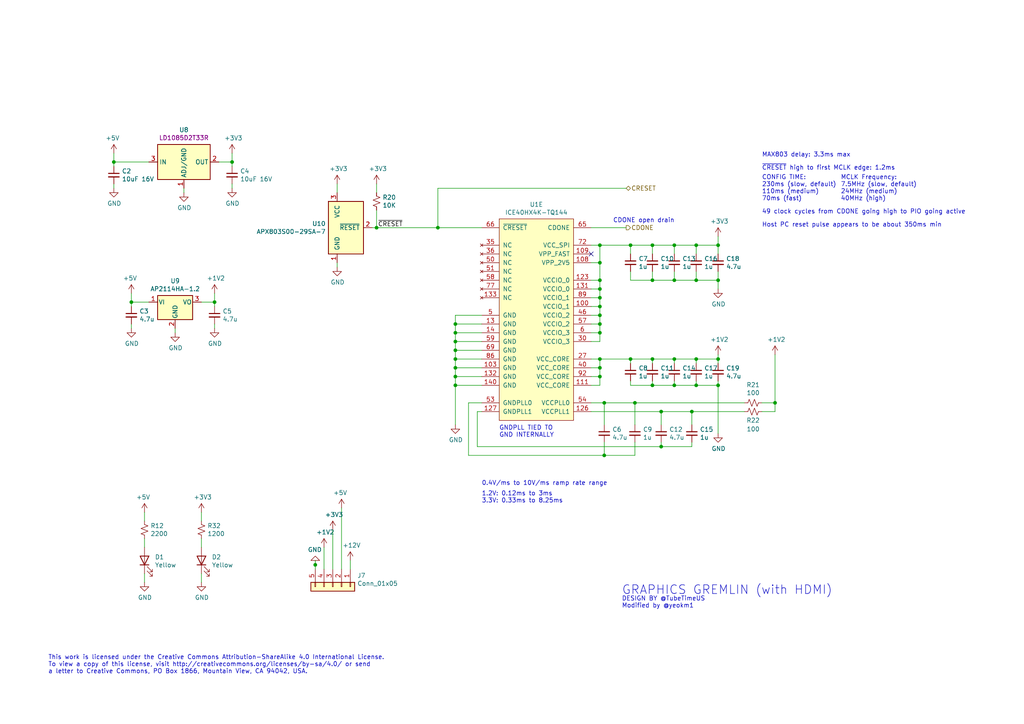
<source format=kicad_sch>
(kicad_sch (version 20230121) (generator eeschema)
  (paper "A4")
  (title_block (title "Power Regulators and Reset Circuit") (date "2024-01-04") (rev "2.4"))
  (lib_symbols
    (symbol "Connector_Generic:Conn_01x05" (pin_names (offset 1.016) hide)
      (property "Reference" "J" (at 0 7.62 0))
      (property "Value" "Conn_01x05" (at 0 -7.62 0))
      (symbol "Conn_01x05_1_1"
        (rectangle (start -1.27 -4.953) (end 0 -5.207) (stroke (width 0.1524)))
        (rectangle (start -1.27 -2.413) (end 0 -2.667) (stroke (width 0.1524)))
        (rectangle (start -1.27 0.127) (end 0 -0.127) (stroke (width 0.1524)))
        (rectangle (start -1.27 2.667) (end 0 2.413) (stroke (width 0.1524)))
        (rectangle (start -1.27 5.207) (end 0 4.953) (stroke (width 0.1524)))
        (rectangle (start -1.27 6.35) (end 1.27 -6.35) (stroke (width 0.254)) (fill (type background)))
        (pin passive line (at -5.08 5.08 0) (length 3.81) (name "Pin_1") (number "1"))
        (pin passive line (at -5.08 2.54 0) (length 3.81) (name "Pin_2") (number "2"))
        (pin passive line (at -5.08 0 0) (length 3.81) (name "Pin_3") (number "3"))
        (pin passive line (at -5.08 -2.54 0) (length 3.81) (name "Pin_4") (number "4"))
        (pin passive line (at -5.08 -5.08 0) (length 3.81) (name "Pin_5") (number "5"))
      )
    )
    (symbol "Device:C_Small" (pin_numbers hide) (pin_names (offset 0.254) hide)
      (property "Reference" "C" (at 0.254 1.778 0))
      (property "Value" "C_Small" (at 0.254 -2.032 0))
      (symbol "C_Small_0_1"
        (polyline (pts (xy -1.524 -0.508) (xy 1.524 -0.508)) (stroke (width 0.3302)))
        (polyline (pts (xy -1.524 0.508) (xy 1.524 0.508)) (stroke (width 0.3048)))
      )
      (symbol "C_Small_1_1"
        (pin passive line (at 0 2.54 270) (length 2.032) (name "~") (number "1"))
        (pin passive line (at 0 -2.54 90) (length 2.032) (name "~") (number "2"))
      )
    )
    (symbol "Device:LED" (pin_numbers hide) (pin_names (offset 1.016) hide)
      (property "Reference" "D" (at 0 2.54 0))
      (property "Value" "LED" (at 0 -2.54 0))
      (symbol "LED_0_1"
        (polyline (pts (xy -1.27 -1.27) (xy -1.27 1.27)) (stroke (width 0.254)))
        (polyline (pts (xy -1.27 0) (xy 1.27 0)))
        (polyline (pts (xy 1.27 -1.27) (xy 1.27 1.27) (xy -1.27 0) (xy 1.27 -1.27)) (stroke (width 0.254)))
        (polyline (pts (xy -3.048 -0.762) (xy -4.572 -2.286) (xy -3.81 -2.286) (xy -4.572 -2.286) (xy -4.572 -1.524)))
        (polyline (pts (xy -1.778 -0.762) (xy -3.302 -2.286) (xy -2.54 -2.286) (xy -3.302 -2.286) (xy -3.302 -1.524)))
      )
      (symbol "LED_1_1"
        (pin passive line (at -3.81 0 0) (length 2.54) (name "K") (number "1"))
        (pin passive line (at 3.81 0 180) (length 2.54) (name "A") (number "2"))
      )
    )
    (symbol "Device:R_Small_US" (pin_numbers hide) (pin_names (offset 0.254) hide)
      (property "Reference" "R" (at 0.762 0.508 0))
      (property "Value" "R_Small_US" (at 0.762 -1.016 0))
      (symbol "R_Small_US_1_1"
        (polyline (pts (xy 0 0) (xy 1.016 -0.381) (xy 0 -0.762) (xy -1.016 -1.143) (xy 0 -1.524)))
        (polyline (pts (xy 0 1.524) (xy 1.016 1.143) (xy 0 0.762) (xy -1.016 0.381) (xy 0 0)))
        (pin passive line (at 0 2.54 270) (length 1.016) (name "~") (number "1"))
        (pin passive line (at 0 -2.54 90) (length 1.016) (name "~") (number "2"))
      )
    )
    (symbol "Power_Supervisor:TCM809" (pin_names (offset 1.016))
      (property "Reference" "U" (at 0 8.89 0))
      (property "Value" "TCM809" (at -1.27 -8.89 0))
      (symbol "TCM809_1_1"
        (rectangle (start -5.08 7.62) (end 5.08 -7.62) (stroke (width 0.254)) (fill (type background)))
        (pin power_in line (at -2.54 -10.16 90) (length 2.54) (name "GND") (number "1"))
        (pin output line (at 7.62 0 180) (length 2.54) (name "~{RESET}") (number "2"))
        (pin power_in line (at -2.54 10.16 270) (length 2.54) (name "VCC") (number "3"))
      )
    )
    (symbol "Regulator_Linear:LD1086D2T33TR"
      (property "Reference" "U" (at 0 10.16 0))
      (property "Value" "LD1086D2T33TR" (at 0 7.62 0))
      (symbol "LD1086D2T33TR_1_1"
        (rectangle (start -7.62 -5.08) (end 7.62 5.08) (stroke (width 0.254)) (fill (type background)))
        (pin input line (at 0 -7.62 90) (length 2.54) (name "ADJ/GND") (number "1"))
        (pin power_out line (at 10.16 0 180) (length 2.54) (name "OUT") (number "2"))
        (pin power_in line (at -10.16 0 0) (length 2.54) (name "IN") (number "3"))
      )
    )
    (symbol "Regulator_Linear:TC1262-33" (pin_names (offset 0.254))
      (property "Reference" "U" (at -3.81 3.175 0))
      (property "Value" "TC1262-33" (at 0 3.175 0))
      (symbol "TC1262-33_1_1"
        (rectangle (start -5.08 1.905) (end 5.08 -5.08) (stroke (width 0.254)) (fill (type background)))
        (pin power_in line (at -7.62 0 0) (length 2.54) (name "VI") (number "1"))
        (pin power_in line (at 0 -7.62 90) (length 2.54) (name "GND") (number "2"))
        (pin power_out line (at 7.62 0 180) (length 2.54) (name "VO") (number "3"))
      )
    )
    (symbol "isavideo-rescue:ICE40HX4K-TQ144-logic" (pin_names (offset 1.016))
      (property "Reference" "U" (at 0 3.81 0))
      (property "Value" "ICE40HX4K-TQ144-logic" (at 8.89 1.27 0))
      (symbol "ICE40HX4K-TQ144-logic_1_0"
        (rectangle (start 0 0) (end 17.78 -73.66) (fill (type background)))
        (text "28" (at 15.24 -3.81 0) (effects (font (size 1.27 1.27))))
        (text "BANK 3" (at 12.7 -1.27 0) (effects (font (size 1.27 1.27))))
      )
      (symbol "ICE40HX4K-TQ144-logic_1_1"
        (pin passive line (at -5.08 -2.54 0) (length 5.08) (name "IOL_2A") (number "1"))
        (pin passive line (at -5.08 -20.32 0) (length 5.08) (name "IOL_5B") (number "10"))
        (pin passive line (at -5.08 -22.86 0) (length 5.08) (name "IOL_8A") (number "11"))
        (pin passive line (at -5.08 -25.4 0) (length 5.08) (name "IOL_8B") (number "12"))
        (pin passive line (at -5.08 -27.94 0) (length 5.08) (name "IOL_10A") (number "15"))
        (pin passive line (at -5.08 -30.48 0) (length 5.08) (name "IOL_10B") (number "16"))
        (pin passive line (at -5.08 -33.02 0) (length 5.08) (name "IOL_12A") (number "17"))
        (pin passive line (at -5.08 -35.56 0) (length 5.08) (name "IOL_12B") (number "18"))
        (pin passive line (at -5.08 -38.1 0) (length 5.08) (name "IOL_13A") (number "19"))
        (pin passive line (at -5.08 -5.08 0) (length 5.08) (name "IOL_2B") (number "2"))
        (pin passive line (at -5.08 -40.64 0) (length 5.08) (name "IOL_13B_GBIN7") (number "20"))
        (pin passive line (at -5.08 -43.18 0) (length 5.08) (name "IOL_14A_GBIN6") (number "21"))
        (pin passive line (at -5.08 -45.72 0) (length 5.08) (name "IOL_14B") (number "22"))
        (pin passive line (at -5.08 -48.26 0) (length 5.08) (name "IOL_17A") (number "23"))
        (pin passive line (at -5.08 -50.8 0) (length 5.08) (name "IOL_17B") (number "24"))
        (pin passive line (at -5.08 -53.34 0) (length 5.08) (name "IOL_18A") (number "25"))
        (pin passive line (at -5.08 -55.88 0) (length 5.08) (name "IOL_18B") (number "26"))
        (pin passive line (at -5.08 -58.42 0) (length 5.08) (name "IOL_23A") (number "28"))
        (pin passive line (at -5.08 -60.96 0) (length 5.08) (name "IOL_23B") (number "29"))
        (pin passive line (at -5.08 -7.62 0) (length 5.08) (name "IOL_3A") (number "3"))
        (pin passive line (at -5.08 -63.5 0) (length 5.08) (name "IOL_24A") (number "31"))
        (pin passive line (at -5.08 -66.04 0) (length 5.08) (name "IOL_24B") (number "32"))
        (pin passive line (at -5.08 -68.58 0) (length 5.08) (name "IOL_25A") (number "33"))
        (pin passive line (at -5.08 -71.12 0) (length 5.08) (name "IOL_25B") (number "34"))
        (pin passive line (at -5.08 -10.16 0) (length 5.08) (name "IOL_3B") (number "4"))
        (pin passive line (at -5.08 -12.7 0) (length 5.08) (name "IOL_4A") (number "7"))
        (pin passive line (at -5.08 -15.24 0) (length 5.08) (name "IOL_4B") (number "8"))
        (pin passive line (at -5.08 -17.78 0) (length 5.08) (name "IOL_5A") (number "9"))
      )
      (symbol "ICE40HX4K-TQ144-logic_2_0"
        (rectangle (start 0 0) (end 17.78 -60.96) (fill (type background)))
        (text "23" (at 15.24 -3.81 0) (effects (font (size 1.27 1.27))))
        (text "BANK 2" (at 12.7 -1.27 0) (effects (font (size 1.27 1.27))))
      )
      (symbol "ICE40HX4K-TQ144-logic_2_1"
        (pin passive line (at -5.08 -2.54 0) (length 5.08) (name "IOB_56") (number "37"))
        (pin passive line (at -5.08 -5.08 0) (length 5.08) (name "IOB_57") (number "38"))
        (pin passive line (at -5.08 -7.62 0) (length 5.08) (name "IOB_61") (number "39"))
        (pin passive line (at -5.08 -10.16 0) (length 5.08) (name "IOB_63") (number "41"))
        (pin passive line (at -5.08 -12.7 0) (length 5.08) (name "IOB_64") (number "42"))
        (pin passive line (at -5.08 -15.24 0) (length 5.08) (name "IOB_71") (number "43"))
        (pin passive line (at -5.08 -17.78 0) (length 5.08) (name "IOB_72") (number "44"))
        (pin passive line (at -5.08 -20.32 0) (length 5.08) (name "IOB_73") (number "45"))
        (pin passive line (at -5.08 -22.86 0) (length 5.08) (name "IOB_79") (number "47"))
        (pin passive line (at -5.08 -25.4 0) (length 5.08) (name "IOB_80") (number "48"))
        (pin passive line (at -5.08 -27.94 0) (length 5.08) (name "IOB_81_GBIN5") (number "49"))
        (pin passive line (at -5.08 -30.48 0) (length 5.08) (name "IOB_82_GBIN4") (number "52"))
        (pin passive line (at -5.08 -33.02 0) (length 5.08) (name "IOB_91") (number "55"))
        (pin passive line (at -5.08 -35.56 0) (length 5.08) (name "IOB_94") (number "56"))
        (pin passive line (at -5.08 -38.1 0) (length 5.08) (name "IOB_95") (number "60"))
        (pin passive line (at -5.08 -40.64 0) (length 5.08) (name "IOB_96") (number "61"))
        (pin passive line (at -5.08 -43.18 0) (length 5.08) (name "IOB_102") (number "62"))
        (pin passive line (at -5.08 -45.72 0) (length 5.08) (name "IOB_103_CBSEL0") (number "63"))
        (pin passive line (at -5.08 -48.26 0) (length 5.08) (name "IOB_104_CBSEL1") (number "64"))
        (pin passive line (at -5.08 -50.8 0) (length 5.08) (name "IOB_105_SDO") (number "67"))
        (pin passive line (at -5.08 -53.34 0) (length 5.08) (name "IOB_106_SDI") (number "68"))
        (pin passive line (at -5.08 -55.88 0) (length 5.08) (name "IOB_107_SCK") (number "70"))
        (pin passive line (at -5.08 -58.42 0) (length 5.08) (name "IOB_108_SS") (number "71"))
      )
      (symbol "ICE40HX4K-TQ144-logic_3_0"
        (rectangle (start 0 0) (end 17.78 -76.2) (fill (type background)))
        (text "29" (at 15.24 -3.81 0) (effects (font (size 1.27 1.27))))
        (text "BANK 1" (at 12.7 -1.27 0) (effects (font (size 1.27 1.27))))
      )
      (symbol "ICE40HX4K-TQ144-logic_3_1"
        (pin passive line (at -5.08 -60.96 0) (length 5.08) (name "IOR_160") (number "101"))
        (pin passive line (at -5.08 -63.5 0) (length 5.08) (name "IOR_161") (number "102"))
        (pin passive line (at -5.08 -66.04 0) (length 5.08) (name "IOR_164") (number "104"))
        (pin passive line (at -5.08 -68.58 0) (length 5.08) (name "IOR_165") (number "105"))
        (pin passive line (at -5.08 -71.12 0) (length 5.08) (name "IOR_166") (number "106"))
        (pin passive line (at -5.08 -73.66 0) (length 5.08) (name "IOR_167") (number "107"))
        (pin passive line (at -5.08 -2.54 0) (length 5.08) (name "IOR_109") (number "73"))
        (pin passive line (at -5.08 -5.08 0) (length 5.08) (name "IOR_110") (number "74"))
        (pin passive line (at -5.08 -7.62 0) (length 5.08) (name "IOR_111") (number "75"))
        (pin passive line (at -5.08 -10.16 0) (length 5.08) (name "IOR_112") (number "76"))
        (pin passive line (at -5.08 -12.7 0) (length 5.08) (name "IOR_114") (number "78"))
        (pin passive line (at -5.08 -15.24 0) (length 5.08) (name "IOR_115") (number "79"))
        (pin passive line (at -5.08 -17.78 0) (length 5.08) (name "IOR_116") (number "80"))
        (pin passive line (at -5.08 -20.32 0) (length 5.08) (name "IOR_117") (number "81"))
        (pin passive line (at -5.08 -22.86 0) (length 5.08) (name "IOR_118") (number "82"))
        (pin passive line (at -5.08 -25.4 0) (length 5.08) (name "IOR_119") (number "83"))
        (pin passive line (at -5.08 -27.94 0) (length 5.08) (name "IOR_120") (number "84"))
        (pin passive line (at -5.08 -30.48 0) (length 5.08) (name "IOR_128") (number "85"))
        (pin passive line (at -5.08 -33.02 0) (length 5.08) (name "IOR_136") (number "87"))
        (pin passive line (at -5.08 -35.56 0) (length 5.08) (name "IOR_137") (number "88"))
        (pin passive line (at -5.08 -38.1 0) (length 5.08) (name "IOR_138") (number "90"))
        (pin passive line (at -5.08 -40.64 0) (length 5.08) (name "IOR_139") (number "91"))
        (pin passive line (at -5.08 -43.18 0) (length 5.08) (name "IOR_140_GBIN3") (number "93"))
        (pin passive line (at -5.08 -45.72 0) (length 5.08) (name "IOR_141_GBIN2") (number "94"))
        (pin passive line (at -5.08 -48.26 0) (length 5.08) (name "IOR_144") (number "95"))
        (pin passive line (at -5.08 -50.8 0) (length 5.08) (name "IOR_146") (number "96"))
        (pin passive line (at -5.08 -53.34 0) (length 5.08) (name "IOR_147") (number "97"))
        (pin passive line (at -5.08 -55.88 0) (length 5.08) (name "IOR_148") (number "98"))
        (pin passive line (at -5.08 -58.42 0) (length 5.08) (name "IOR_152") (number "99"))
      )
      (symbol "ICE40HX4K-TQ144-logic_4_0"
        (rectangle (start 0 0) (end 17.78 -71.12) (fill (type background)))
        (text "27" (at 15.24 -3.81 0) (effects (font (size 1.27 1.27))))
        (text "BANK 0" (at 12.7 -1.27 0) (effects (font (size 1.27 1.27))))
      )
      (symbol "ICE40HX4K-TQ144-logic_4_1"
        (pin passive line (at -5.08 -2.54 0) (length 5.08) (name "IOT_168") (number "110"))
        (pin passive line (at -5.08 -5.08 0) (length 5.08) (name "IOT_169") (number "112"))
        (pin passive line (at -5.08 -7.62 0) (length 5.08) (name "IOT_170") (number "113"))
        (pin passive line (at -5.08 -10.16 0) (length 5.08) (name "IOT_171") (number "114"))
        (pin passive line (at -5.08 -12.7 0) (length 5.08) (name "IOT_172") (number "115"))
        (pin passive line (at -5.08 -15.24 0) (length 5.08) (name "IOT_173") (number "116"))
        (pin passive line (at -5.08 -17.78 0) (length 5.08) (name "IOT_174") (number "117"))
        (pin passive line (at -5.08 -20.32 0) (length 5.08) (name "IOT_177") (number "118"))
        (pin passive line (at -5.08 -22.86 0) (length 5.08) (name "IOT_178") (number "119"))
        (pin passive line (at -5.08 -25.4 0) (length 5.08) (name "IOT_179") (number "120"))
        (pin passive line (at -5.08 -27.94 0) (length 5.08) (name "IOT_181") (number "121"))
        (pin passive line (at -5.08 -30.48 0) (length 5.08) (name "IOT_190") (number "122"))
        (pin passive line (at -5.08 -33.02 0) (length 5.08) (name "IOT_191") (number "124"))
        (pin passive line (at -5.08 -35.56 0) (length 5.08) (name "IOT_192") (number "125"))
        (pin passive line (at -5.08 -38.1 0) (length 5.08) (name "IOT_197_GBIN1") (number "128"))
        (pin passive line (at -5.08 -40.64 0) (length 5.08) (name "IOT_198_GBIN0") (number "129"))
        (pin passive line (at -5.08 -43.18 0) (length 5.08) (name "IOT_206") (number "130"))
        (pin passive line (at -5.08 -45.72 0) (length 5.08) (name "IOT_212") (number "134"))
        (pin passive line (at -5.08 -48.26 0) (length 5.08) (name "IOT_213") (number "135"))
        (pin passive line (at -5.08 -50.8 0) (length 5.08) (name "IOT_214") (number "136"))
        (pin passive line (at -5.08 -53.34 0) (length 5.08) (name "IOT_215") (number "137"))
        (pin passive line (at -5.08 -55.88 0) (length 5.08) (name "IOT_216") (number "138"))
        (pin passive line (at -5.08 -58.42 0) (length 5.08) (name "IOT_217") (number "139"))
        (pin passive line (at -5.08 -60.96 0) (length 5.08) (name "IOT_219") (number "141"))
        (pin passive line (at -5.08 -63.5 0) (length 5.08) (name "IOT_220") (number "142"))
        (pin passive line (at -5.08 -66.04 0) (length 5.08) (name "IOT_221") (number "143"))
        (pin passive line (at -5.08 -68.58 0) (length 5.08) (name "IOT_222") (number "144"))
      )
      (symbol "ICE40HX4K-TQ144-logic_5_0"
        (rectangle (start 0 0) (end 21.59 -58.42) (fill (type background)))
      )
      (symbol "ICE40HX4K-TQ144-logic_5_1"
        (pin power_in line (at 26.67 -25.4 180) (length 5.08) (name "VCCIO_1") (number "100"))
        (pin power_in line (at -5.08 -43.18 0) (length 5.08) (name "GND") (number "103"))
        (pin power_in line (at 26.67 -12.7 180) (length 5.08) (name "VPP_2V5") (number "108"))
        (pin power_in line (at 26.67 -10.16 180) (length 5.08) (name "VPP_FAST") (number "109"))
        (pin power_in line (at 26.67 -48.26 180) (length 5.08) (name "VCC_CORE") (number "111"))
        (pin power_in line (at 26.67 -17.78 180) (length 5.08) (name "VCCIO_0") (number "123"))
        (pin power_in line (at 26.67 -55.88 180) (length 5.08) (name "VCCPLL1") (number "126"))
        (pin power_in line (at -5.08 -55.88 0) (length 5.08) (name "GNDPLL1") (number "127"))
        (pin power_in line (at -5.08 -30.48 0) (length 5.08) (name "GND") (number "13"))
        (pin power_in line (at 26.67 -20.32 180) (length 5.08) (name "VCCIO_0") (number "131"))
        (pin power_in line (at -5.08 -45.72 0) (length 5.08) (name "GND") (number "132"))
        (pin no_connect line (at -5.08 -22.86 0) (length 5.08) (name "NC") (number "133"))
        (pin power_in line (at -5.08 -33.02 0) (length 5.08) (name "GND") (number "14"))
        (pin power_in line (at -5.08 -48.26 0) (length 5.08) (name "GND") (number "140"))
        (pin power_in line (at 26.67 -40.64 180) (length 5.08) (name "VCC_CORE") (number "27"))
        (pin power_in line (at 26.67 -35.56 180) (length 5.08) (name "VCCIO_3") (number "30"))
        (pin no_connect line (at -5.08 -7.62 0) (length 5.08) (name "NC") (number "35"))
        (pin no_connect line (at -5.08 -10.16 0) (length 5.08) (name "NC") (number "36"))
        (pin power_in line (at 26.67 -43.18 180) (length 5.08) (name "VCC_CORE") (number "40"))
        (pin power_in line (at 26.67 -27.94 180) (length 5.08) (name "VCCIO_2") (number "46"))
        (pin power_in line (at -5.08 -27.94 0) (length 5.08) (name "GND") (number "5"))
        (pin no_connect line (at -5.08 -12.7 0) (length 5.08) (name "NC") (number "50"))
        (pin no_connect line (at -5.08 -15.24 0) (length 5.08) (name "NC") (number "51"))
        (pin power_in line (at -5.08 -53.34 0) (length 5.08) (name "GNDPLL0") (number "53"))
        (pin power_in line (at 26.67 -53.34 180) (length 5.08) (name "VCCPLL0") (number "54"))
        (pin power_in line (at 26.67 -30.48 180) (length 5.08) (name "VCCIO_2") (number "57"))
        (pin no_connect line (at -5.08 -17.78 0) (length 5.08) (name "NC") (number "58"))
        (pin power_in line (at -5.08 -35.56 0) (length 5.08) (name "GND") (number "59"))
        (pin power_in line (at 26.67 -33.02 180) (length 5.08) (name "VCCIO_3") (number "6"))
        (pin output line (at 26.67 -2.54 180) (length 5.08) (name "CDONE") (number "65"))
        (pin input line (at -5.08 -2.54 0) (length 5.08) (name "~{CRESET}") (number "66"))
        (pin power_in line (at -5.08 -38.1 0) (length 5.08) (name "GND") (number "69"))
        (pin power_in line (at 26.67 -7.62 180) (length 5.08) (name "VCC_SPI") (number "72"))
        (pin no_connect line (at -5.08 -20.32 0) (length 5.08) (name "NC") (number "77"))
        (pin power_in line (at -5.08 -40.64 0) (length 5.08) (name "GND") (number "86"))
        (pin power_in line (at 26.67 -22.86 180) (length 5.08) (name "VCCIO_1") (number "89"))
        (pin power_in line (at 26.67 -45.72 180) (length 5.08) (name "VCC_CORE") (number "92"))
      )
    )
    (symbol "power:+12V" (power) (pin_names (offset 0))
      (property "Value" "+12V" (at 0 3.556 0))
      (symbol "+12V_0_1"
        (polyline (pts (xy -0.762 1.27) (xy 0 2.54)))
        (polyline (pts (xy 0 0) (xy 0 2.54)))
        (polyline (pts (xy 0 2.54) (xy 0.762 1.27)))
      )
      (symbol "+12V_1_1"
        (pin power_in line (at 0 0 90) (length 0) hide (name "+12V") (number "1"))
      )
    )
    (symbol "power:+1V2" (power) (pin_names (offset 0))
      (property "Value" "+1V2" (at 0 3.556 0))
      (symbol "+1V2_0_1"
        (polyline (pts (xy -0.762 1.27) (xy 0 2.54)))
        (polyline (pts (xy 0 0) (xy 0 2.54)))
        (polyline (pts (xy 0 2.54) (xy 0.762 1.27)))
      )
      (symbol "+1V2_1_1"
        (pin power_in line (at 0 0 90) (length 0) hide (name "+1V2") (number "1"))
      )
    )
    (symbol "power:+3V3" (power) (pin_names (offset 0))
      (property "Value" "+3V3" (at 0 3.556 0))
      (symbol "+3V3_0_1"
        (polyline (pts (xy -0.762 1.27) (xy 0 2.54)))
        (polyline (pts (xy 0 0) (xy 0 2.54)))
        (polyline (pts (xy 0 2.54) (xy 0.762 1.27)))
      )
      (symbol "+3V3_1_1"
        (pin power_in line (at 0 0 90) (length 0) hide (name "+3V3") (number "1"))
      )
    )
    (symbol "power:+5V" (power) (pin_names (offset 0))
      (property "Value" "+5V" (at 0 3.556 0))
      (symbol "+5V_0_1"
        (polyline (pts (xy -0.762 1.27) (xy 0 2.54)))
        (polyline (pts (xy 0 0) (xy 0 2.54)))
        (polyline (pts (xy 0 2.54) (xy 0.762 1.27)))
      )
      (symbol "+5V_1_1"
        (pin power_in line (at 0 0 90) (length 0) hide (name "+5V") (number "1"))
      )
    )
    (symbol "power:GND" (power) (pin_names (offset 0))
      (property "Value" "GND" (at 0 -3.81 0))
      (symbol "GND_0_1"
        (polyline (pts (xy 0 0) (xy 0 -1.27) (xy 1.27 -1.27) (xy 0 -2.54) (xy -1.27 -1.27) (xy 0 -1.27)))
      )
      (symbol "GND_1_1"
        (pin power_in line (at 0 0 270) (length 0) hide (name "GND") (number "1"))
      )
    )
  )
  (junction (at 132.08 96.52))
  (junction (at 208.28 71.12))
  (junction (at 173.99 104.14))
  (junction (at 182.88 104.14))
  (junction (at 173.99 71.12))
  (junction (at 132.08 111.76))
  (junction (at 175.26 116.84))
  (junction (at 33.02 46.99))
  (junction (at 189.23 104.14))
  (junction (at 173.99 81.28))
  (junction (at 132.08 106.68))
  (junction (at 173.99 93.98))
  (junction (at 195.58 104.14))
  (junction (at 201.93 104.14))
  (junction (at 173.99 88.9))
  (junction (at 173.99 109.22))
  (junction (at 173.99 76.2))
  (junction (at 62.23 87.63))
  (junction (at 191.77 119.38))
  (junction (at 173.99 106.68))
  (junction (at 182.88 71.12))
  (junction (at 189.23 81.28))
  (junction (at 173.99 83.82))
  (junction (at 67.31 46.99))
  (junction (at 200.66 119.38))
  (junction (at 38.1 87.63))
  (junction (at 132.08 101.6))
  (junction (at 132.08 104.14))
  (junction (at 173.99 96.52))
  (junction (at 201.93 111.76))
  (junction (at 208.28 81.28))
  (junction (at 127 66.04))
  (junction (at 173.99 86.36))
  (junction (at 132.08 99.06))
  (junction (at 109.22 66.04))
  (junction (at 208.28 104.14))
  (junction (at 189.23 71.12))
  (junction (at 184.15 116.84))
  (junction (at 91.44 163.83))
  (junction (at 201.93 71.12))
  (junction (at 132.08 109.22))
  (junction (at 195.58 81.28))
  (junction (at 189.23 111.76))
  (junction (at 195.58 71.12))
  (junction (at 173.99 91.44))
  (junction (at 132.08 93.98))
  (junction (at 201.93 81.28))
  (junction (at 175.26 132.08))
  (junction (at 195.58 111.76))
  (junction (at 191.77 129.54))
  (junction (at 224.79 116.84))
  (junction (at 208.28 111.76))
  (no_connect (at 171.45 73.66))
  (wire (pts (xy 53.34 54.61) (xy 53.34 55.88)))
  (wire (pts (xy 132.08 109.22) (xy 132.08 111.76)))
  (wire (pts (xy 195.58 111.76) (xy 201.93 111.76)))
  (wire (pts (xy 173.99 71.12) (xy 182.88 71.12)))
  (wire (pts (xy 191.77 129.54) (xy 191.77 128.27)))
  (wire (pts (xy 173.99 71.12) (xy 173.99 76.2)))
  (wire (pts (xy 208.28 125.73) (xy 208.28 111.76)))
  (wire (pts (xy 189.23 111.76) (xy 195.58 111.76)))
  (wire (pts (xy 107.95 66.04) (xy 109.22 66.04)))
  (wire (pts (xy 139.7 111.76) (xy 132.08 111.76)))
  (wire (pts (xy 67.31 48.26) (xy 67.31 46.99)))
  (wire (pts (xy 195.58 81.28) (xy 201.93 81.28)))
  (wire (pts (xy 173.99 81.28) (xy 171.45 81.28)))
  (wire (pts (xy 173.99 106.68) (xy 173.99 104.14)))
  (wire (pts (xy 99.06 147.32) (xy 99.06 165.1)))
  (wire (pts (xy 195.58 110.49) (xy 195.58 111.76)))
  (wire (pts (xy 171.45 106.68) (xy 173.99 106.68)))
  (wire (pts (xy 201.93 104.14) (xy 201.93 105.41)))
  (wire (pts (xy 93.98 158.75) (xy 93.98 165.1)))
  (wire (pts (xy 189.23 105.41) (xy 189.23 104.14)))
  (wire (pts (xy 191.77 129.54) (xy 200.66 129.54)))
  (wire (pts (xy 189.23 104.14) (xy 195.58 104.14)))
  (wire (pts (xy 41.91 166.37) (xy 41.91 168.91)))
  (wire (pts (xy 135.89 116.84) (xy 139.7 116.84)))
  (wire (pts (xy 200.66 119.38) (xy 200.66 123.19)))
  (wire (pts (xy 171.45 93.98) (xy 173.99 93.98)))
  (wire (pts (xy 182.88 104.14) (xy 189.23 104.14)))
  (wire (pts (xy 43.18 87.63) (xy 38.1 87.63)))
  (wire (pts (xy 220.98 116.84) (xy 224.79 116.84)))
  (wire (pts (xy 171.45 86.36) (xy 173.99 86.36)))
  (wire (pts (xy 189.23 73.66) (xy 189.23 71.12)))
  (wire (pts (xy 139.7 109.22) (xy 132.08 109.22)))
  (wire (pts (xy 58.42 156.21) (xy 58.42 158.75)))
  (wire (pts (xy 175.26 128.27) (xy 175.26 132.08)))
  (wire (pts (xy 208.28 71.12) (xy 208.28 68.58)))
  (wire (pts (xy 173.99 93.98) (xy 173.99 91.44)))
  (wire (pts (xy 41.91 148.59) (xy 41.91 151.13)))
  (wire (pts (xy 139.7 101.6) (xy 132.08 101.6)))
  (wire (pts (xy 171.45 76.2) (xy 173.99 76.2)))
  (wire (pts (xy 109.22 53.34) (xy 109.22 55.88)))
  (wire (pts (xy 208.28 73.66) (xy 208.28 71.12)))
  (wire (pts (xy 173.99 96.52) (xy 173.99 93.98)))
  (wire (pts (xy 97.79 53.34) (xy 97.79 55.88)))
  (wire (pts (xy 171.45 109.22) (xy 173.99 109.22)))
  (wire (pts (xy 208.28 81.28) (xy 208.28 78.74)))
  (wire (pts (xy 182.88 71.12) (xy 189.23 71.12)))
  (wire (pts (xy 58.42 148.59) (xy 58.42 151.13)))
  (wire (pts (xy 189.23 81.28) (xy 195.58 81.28)))
  (wire (pts (xy 62.23 87.63) (xy 62.23 85.09)))
  (wire (pts (xy 132.08 101.6) (xy 132.08 104.14)))
  (wire (pts (xy 132.08 91.44) (xy 132.08 93.98)))
  (wire (pts (xy 200.66 129.54) (xy 200.66 128.27)))
  (wire (pts (xy 182.88 111.76) (xy 189.23 111.76)))
  (wire (pts (xy 184.15 116.84) (xy 215.9 116.84)))
  (wire (pts (xy 184.15 116.84) (xy 184.15 123.19)))
  (wire (pts (xy 201.93 71.12) (xy 208.28 71.12)))
  (wire (pts (xy 91.44 163.83) (xy 91.44 165.1)))
  (wire (pts (xy 201.93 111.76) (xy 208.28 111.76)))
  (wire (pts (xy 173.99 86.36) (xy 173.99 83.82)))
  (wire (pts (xy 67.31 53.34) (xy 67.31 54.61)))
  (wire (pts (xy 182.88 73.66) (xy 182.88 71.12)))
  (wire (pts (xy 132.08 96.52) (xy 132.08 99.06)))
  (wire (pts (xy 191.77 119.38) (xy 191.77 123.19)))
  (wire (pts (xy 58.42 87.63) (xy 62.23 87.63)))
  (wire (pts (xy 171.45 88.9) (xy 173.99 88.9)))
  (wire (pts (xy 58.42 166.37) (xy 58.42 168.91)))
  (wire (pts (xy 132.08 93.98) (xy 132.08 96.52)))
  (wire (pts (xy 171.45 119.38) (xy 191.77 119.38)))
  (wire (pts (xy 139.7 119.38) (xy 138.43 119.38)))
  (wire (pts (xy 109.22 60.96) (xy 109.22 66.04)))
  (wire (pts (xy 171.45 71.12) (xy 173.99 71.12)))
  (wire (pts (xy 91.44 162.56) (xy 91.44 163.83)))
  (wire (pts (xy 175.26 132.08) (xy 135.89 132.08)))
  (wire (pts (xy 182.88 81.28) (xy 189.23 81.28)))
  (wire (pts (xy 175.26 116.84) (xy 184.15 116.84)))
  (wire (pts (xy 138.43 119.38) (xy 138.43 129.54)))
  (wire (pts (xy 195.58 104.14) (xy 201.93 104.14)))
  (wire (pts (xy 132.08 104.14) (xy 132.08 106.68)))
  (wire (pts (xy 173.99 91.44) (xy 173.99 88.9)))
  (wire (pts (xy 62.23 93.98) (xy 62.23 95.25)))
  (wire (pts (xy 184.15 128.27) (xy 184.15 132.08)))
  (wire (pts (xy 139.7 66.04) (xy 127 66.04)))
  (wire (pts (xy 182.88 110.49) (xy 182.88 111.76)))
  (wire (pts (xy 191.77 119.38) (xy 200.66 119.38)))
  (wire (pts (xy 38.1 87.63) (xy 38.1 85.09)))
  (wire (pts (xy 208.28 104.14) (xy 208.28 105.41)))
  (wire (pts (xy 182.88 105.41) (xy 182.88 104.14)))
  (wire (pts (xy 175.26 116.84) (xy 175.26 123.19)))
  (wire (pts (xy 201.93 78.74) (xy 201.93 81.28)))
  (wire (pts (xy 139.7 104.14) (xy 132.08 104.14)))
  (wire (pts (xy 138.43 129.54) (xy 191.77 129.54)))
  (wire (pts (xy 171.45 83.82) (xy 173.99 83.82)))
  (wire (pts (xy 189.23 78.74) (xy 189.23 81.28)))
  (wire (pts (xy 127 66.04) (xy 127 54.61)))
  (wire (pts (xy 182.88 78.74) (xy 182.88 81.28)))
  (wire (pts (xy 224.79 116.84) (xy 224.79 119.38)))
  (wire (pts (xy 50.8 95.25) (xy 50.8 96.52)))
  (wire (pts (xy 127 54.61) (xy 181.61 54.61)))
  (wire (pts (xy 96.52 153.67) (xy 96.52 165.1)))
  (wire (pts (xy 189.23 110.49) (xy 189.23 111.76)))
  (wire (pts (xy 33.02 46.99) (xy 33.02 44.45)))
  (wire (pts (xy 224.79 116.84) (xy 224.79 102.87)))
  (wire (pts (xy 195.58 78.74) (xy 195.58 81.28)))
  (wire (pts (xy 208.28 104.14) (xy 208.28 102.87)))
  (wire (pts (xy 173.99 83.82) (xy 173.99 81.28)))
  (wire (pts (xy 201.93 110.49) (xy 201.93 111.76)))
  (wire (pts (xy 139.7 93.98) (xy 132.08 93.98)))
  (wire (pts (xy 195.58 105.41) (xy 195.58 104.14)))
  (wire (pts (xy 208.28 81.28) (xy 208.28 83.82)))
  (wire (pts (xy 38.1 93.98) (xy 38.1 95.25)))
  (wire (pts (xy 132.08 111.76) (xy 132.08 123.19)))
  (wire (pts (xy 173.99 104.14) (xy 171.45 104.14)))
  (wire (pts (xy 224.79 119.38) (xy 220.98 119.38)))
  (wire (pts (xy 41.91 156.21) (xy 41.91 158.75)))
  (wire (pts (xy 201.93 104.14) (xy 208.28 104.14)))
  (wire (pts (xy 132.08 106.68) (xy 132.08 109.22)))
  (wire (pts (xy 184.15 132.08) (xy 175.26 132.08)))
  (wire (pts (xy 139.7 91.44) (xy 132.08 91.44)))
  (wire (pts (xy 173.99 99.06) (xy 173.99 96.52)))
  (wire (pts (xy 132.08 99.06) (xy 132.08 101.6)))
  (wire (pts (xy 97.79 77.47) (xy 97.79 76.2)))
  (wire (pts (xy 38.1 87.63) (xy 38.1 88.9)))
  (wire (pts (xy 173.99 109.22) (xy 173.99 106.68)))
  (wire (pts (xy 173.99 76.2) (xy 173.99 81.28)))
  (wire (pts (xy 195.58 71.12) (xy 201.93 71.12)))
  (wire (pts (xy 201.93 81.28) (xy 208.28 81.28)))
  (wire (pts (xy 171.45 99.06) (xy 173.99 99.06)))
  (wire (pts (xy 33.02 53.34) (xy 33.02 54.61)))
  (wire (pts (xy 171.45 111.76) (xy 173.99 111.76)))
  (wire (pts (xy 139.7 106.68) (xy 132.08 106.68)))
  (wire (pts (xy 201.93 73.66) (xy 201.93 71.12)))
  (wire (pts (xy 189.23 71.12) (xy 195.58 71.12)))
  (wire (pts (xy 173.99 111.76) (xy 173.99 109.22)))
  (wire (pts (xy 63.5 46.99) (xy 67.31 46.99)))
  (wire (pts (xy 67.31 46.99) (xy 67.31 44.45)))
  (wire (pts (xy 33.02 46.99) (xy 33.02 48.26)))
  (wire (pts (xy 173.99 88.9) (xy 173.99 86.36)))
  (wire (pts (xy 173.99 104.14) (xy 182.88 104.14)))
  (wire (pts (xy 171.45 91.44) (xy 173.99 91.44)))
  (wire (pts (xy 101.6 162.56) (xy 101.6 165.1)))
  (wire (pts (xy 215.9 119.38) (xy 200.66 119.38)))
  (wire (pts (xy 208.28 111.76) (xy 208.28 110.49)))
  (wire (pts (xy 139.7 99.06) (xy 132.08 99.06)))
  (wire (pts (xy 62.23 88.9) (xy 62.23 87.63)))
  (wire (pts (xy 195.58 73.66) (xy 195.58 71.12)))
  (wire (pts (xy 109.22 66.04) (xy 127 66.04)))
  (wire (pts (xy 171.45 116.84) (xy 175.26 116.84)))
  (wire (pts (xy 43.18 46.99) (xy 33.02 46.99)))
  (wire (pts (xy 135.89 132.08) (xy 135.89 116.84)))
  (wire (pts (xy 171.45 66.04) (xy 181.61 66.04)))
  (wire (pts (xy 171.45 96.52) (xy 173.99 96.52)))
  (wire (pts (xy 139.7 96.52) (xy 132.08 96.52)))
  (text "Host PC reset pulse appears to be about 350ms min" (at 220.98 66.04 0) (effects (font (size 1.27 1.27)) (justify left bottom)))
  (text "MAX803 delay: 3.3ms max" (at 220.98 45.72 0) (effects (font (size 1.27 1.27)) (justify left bottom)))
  (text "CDONE open drain" (at 177.8 64.77 0) (effects (font (size 1.27 1.27)) (justify left bottom)))
  (text "0.4V/ms to 10V/ms ramp rate range" (at 139.7 140.97 0) (effects (font (size 1.27 1.27)) (justify left bottom)))
  (text "~{CRESET} high to first MCLK edge: 1.2ms" (at 220.98 49.53 0) (effects (font (size 1.27 1.27)) (justify left bottom)))
  (text "GNDPLL TIED TO\nGND INTERNALLY" (at 144.78 127 0) (effects (font (size 1.27 1.27)) (justify left bottom)))
  (text "49 clock cycles from CDONE going high to PIO going active" (at 220.98 62.23 0) (effects (font (size 1.27 1.27)) (justify left bottom)))
  (text "CONFIG TIME:\n230ms (slow, default)\n110ms (medium)\n70ms (fast)" (at 220.98 58.42 0) (effects (font (size 1.27 1.27)) (justify left bottom)))
  (text "MCLK Frequency:\n7.5MHz (slow, default)\n24MHz (medium)\n40MHz (high)" (at 243.84 58.42 0) (effects (font (size 1.27 1.27)) (justify left bottom)))
  (text "1.2V: 0.12ms to 3ms\n3.3V: 0.33ms to 8.25ms" (at 139.7 146.05 0) (effects (font (size 1.27 1.27)) (justify left bottom)))
  (text "GRAPHICS GREMLIN (with HDMI)" (at 180.34 172.72 0) (effects (font (size 2.54 2.54)) (justify left bottom)))
  (text "This work is licensed under the Creative Commons Attribution-ShareAlike 4.0 International License. \nTo view a copy of this license, visit http://creativecommons.org/licenses/by-sa/4.0/ or send\na letter to Creative Commons, PO Box 1866, Mountain View, CA 94042, USA." (at 13.97 195.58 0) (effects (font (size 1.27 1.27)) (justify left bottom)))
  (text "DESIGN BY @TubeTimeUS\nModified by @yeokm1" (at 180.34 176.53 0) (effects (font (size 1.27 1.27)) (justify left bottom)))
  (label "~{CRESET}" (at 116.84 66.04 180))
  (hierarchical_label "CRESET" (shape bidirectional) (at 181.61 54.61 0))
  (hierarchical_label "CDONE" (shape output) (at 181.61 66.04 0))
  (symbol (lib_id "power:+3V3") (at 97.79 53.34 0) (unit 1)
    (property "Reference" "#PWR0101" (effects hide))
    (property "Value" "+3V3" (at 98.171 48.9458 0))
  )
  (symbol (lib_id "Power_Supervisor:TCM809") (at 100.33 66.04 0) (unit 1)
    (property "Reference" "U10" (at 94.488 64.8716 0) (effects (justify right)))
    (property "Value" "APX803S00-29SA-7" (at 94.488 67.183 0) (effects (justify right)))
    (property "Footprint" "Active:SOT95P230X117-3" (effects hide))
    (property "Mouser" "621-APX803S00-29SA-7" (effects hide))
  )
  (symbol (lib_id "power:+3V3") (at 109.22 53.34 0) (unit 1)
    (property "Reference" "#PWR056" (effects hide))
    (property "Value" "+3V3" (at 109.601 48.9458 0))
  )
  (symbol (lib_id "power:GND") (at 97.79 77.47 0) (unit 1)
    (property "Reference" "#PWR055" (effects hide))
    (property "Value" "GND" (at 97.917 81.8642 0))
  )
  (symbol (lib_id "Device:R_Small_US") (at 109.22 58.42 0) (unit 1)
    (property "Reference" "R20" (at 110.9472 57.2516 0) (effects (justify left)))
    (property "Value" "10K" (at 110.9472 59.563 0) (effects (justify left)))
    (property "Footprint" "Passive:RESC1608X55" (effects hide))
    (property "Mouser" "603-RC0603FR-0710KL" (effects hide))
  )
  (symbol (lib_id "power:GND") (at 53.34 55.88 0) (unit 1)
    (property "Reference" "#PWR048" (effects hide))
    (property "Value" "GND" (at 53.467 60.2742 0))
  )
  (symbol (lib_id "power:+5V") (at 33.02 44.45 0) (mirror y) (unit 1)
    (property "Reference" "#PWR044" (effects hide))
    (property "Value" "+5V" (at 32.639 40.0558 0))
  )
  (symbol (lib_id "power:+3V3") (at 67.31 44.45 0) (unit 1)
    (property "Reference" "#PWR050" (effects hide))
    (property "Value" "+3V3" (at 67.691 40.0558 0))
  )
  (symbol (lib_id "power:GND") (at 33.02 54.61 0) (unit 1)
    (property "Reference" "#PWR045" (effects hide))
    (property "Value" "GND" (at 33.147 59.0042 0))
  )
  (symbol (lib_id "power:GND") (at 67.31 54.61 0) (unit 1)
    (property "Reference" "#PWR051" (effects hide))
    (property "Value" "GND" (at 67.437 59.0042 0))
  )
  (symbol (lib_id "isavideo-rescue:ICE40HX4K-TQ144-logic") (at 144.78 63.5 0) (unit 5)
    (property "Reference" "U1" (at 155.575 59.309 0))
    (property "Value" "ICE40HX4K-TQ144" (at 155.575 61.6204 0))
    (property "Footprint" "Active:TSQFP50P2200X2200X160-144" (effects hide))
    (property "Mouser" "842-ICE40HX4K-TQ144" (effects hide))
  )
  (symbol (lib_id "Regulator_Linear:TC1262-33") (at 50.8 87.63 0) (unit 1)
    (property "Reference" "U9" (at 50.8 81.4832 0))
    (property "Value" "AP2114HA-1.2" (at 50.8 83.7946 0))
    (property "Footprint" "Active:SOT230P700X170-3" (effects hide))
    (property "Datasheet" "http://ww1.microchip.com/downloads/en/DeviceDoc/21373C.pdf" (effects hide))
    (property "Mouser" "621-AP2114HA-1.2TRG1" (effects hide))
  )
  (symbol (lib_id "power:GND") (at 50.8 96.52 0) (unit 1)
    (property "Reference" "#PWR049" (effects hide))
    (property "Value" "GND" (at 50.927 100.9142 0))
  )
  (symbol (lib_id "power:+5V") (at 38.1 85.09 0) (mirror y) (unit 1)
    (property "Reference" "#PWR046" (effects hide))
    (property "Value" "+5V" (at 37.719 80.6958 0))
  )
  (symbol (lib_id "Device:C_Small") (at 38.1 91.44 0) (unit 1)
    (property "Reference" "C3" (at 40.4368 90.2716 0) (effects (justify left)))
    (property "Value" "4.7u" (at 40.4368 92.583 0) (effects (justify left)))
    (property "Footprint" "Capacitor_SMD:C_0603_1608Metric" (effects hide))
    (property "Mouser" "187-CL10A475KP8NNNC" (effects hide))
  )
  (symbol (lib_id "power:GND") (at 38.1 95.25 0) (unit 1)
    (property "Reference" "#PWR047" (effects hide))
    (property "Value" "GND" (at 38.227 99.6442 0))
  )
  (symbol (lib_id "power:GND") (at 62.23 95.25 0) (unit 1)
    (property "Reference" "#PWR053" (effects hide))
    (property "Value" "GND" (at 62.357 99.6442 0))
  )
  (symbol (lib_id "Device:C_Small") (at 62.23 91.44 0) (unit 1)
    (property "Reference" "C5" (at 64.5668 90.2716 0) (effects (justify left)))
    (property "Value" "4.7u" (at 64.5668 92.583 0) (effects (justify left)))
    (property "Footprint" "Capacitor_SMD:C_0603_1608Metric" (effects hide))
    (property "Mouser" "187-CL10A475KP8NNNC" (effects hide))
  )
  (symbol (lib_id "power:+1V2") (at 62.23 85.09 0) (unit 1)
    (property "Reference" "#PWR052" (effects hide))
    (property "Value" "+1V2" (at 62.611 80.6958 0))
  )
  (symbol (lib_id "Device:C_Small") (at 175.26 125.73 0) (unit 1)
    (property "Reference" "C6" (at 177.5968 124.5616 0) (effects (justify left)))
    (property "Value" "4.7u" (at 177.5968 126.873 0) (effects (justify left)))
    (property "Footprint" "Capacitor_SMD:C_0603_1608Metric" (effects hide))
    (property "Mouser" "187-CL10A475KP8NNNC" (effects hide))
  )
  (symbol (lib_id "Device:C_Small") (at 191.77 125.73 0) (unit 1)
    (property "Reference" "C12" (at 194.1068 124.5616 0) (effects (justify left)))
    (property "Value" "4.7u" (at 194.1068 126.873 0) (effects (justify left)))
    (property "Footprint" "Capacitor_SMD:C_0603_1608Metric" (effects hide))
    (property "Mouser" "187-CL10A475KP8NNNC" (effects hide))
  )
  (symbol (lib_id "Device:C_Small") (at 184.15 125.73 0) (unit 1)
    (property "Reference" "C9" (at 186.4868 124.5616 0) (effects (justify left)))
    (property "Value" "1u" (at 186.4868 126.873 0) (effects (justify left)))
    (property "Footprint" "Capacitor_SMD:C_0603_1608Metric" (effects hide))
    (property "Mouser" "810-CGA3E1X7R1C105AC" (effects hide))
  )
  (symbol (lib_id "Device:C_Small") (at 200.66 125.73 0) (unit 1)
    (property "Reference" "C15" (at 202.9968 124.5616 0) (effects (justify left)))
    (property "Value" "1u" (at 202.9968 126.873 0) (effects (justify left)))
    (property "Footprint" "Capacitor_SMD:C_0603_1608Metric" (effects hide))
    (property "Mouser" "810-CGA3E1X7R1C105AC" (effects hide))
  )
  (symbol (lib_id "power:GND") (at 132.08 123.19 0) (unit 1)
    (property "Reference" "#PWR057" (effects hide))
    (property "Value" "GND" (at 132.207 127.5842 0))
  )
  (symbol (lib_id "Device:R_Small_US") (at 218.44 116.84 270) (unit 1)
    (property "Reference" "R21" (at 218.44 111.633 90))
    (property "Value" "100" (at 218.44 113.9444 90))
    (property "Footprint" "Passive:RESC1608X55" (effects hide))
    (property "Mouser" "603-RC0603FR-07100RL" (effects hide))
  )
  (symbol (lib_id "Device:R_Small_US") (at 218.44 119.38 270) (unit 1)
    (property "Reference" "R22" (at 218.44 121.92 90))
    (property "Value" "100" (at 218.44 124.46 90))
    (property "Footprint" "Passive:RESC1608X55" (effects hide))
    (property "Mouser" "603-RC0603FR-07100RL" (effects hide))
  )
  (symbol (lib_id "power:+1V2") (at 224.79 102.87 0) (unit 1)
    (property "Reference" "#PWR062" (effects hide))
    (property "Value" "+1V2" (at 225.171 98.4758 0))
  )
  (symbol (lib_id "Device:C_Small") (at 182.88 107.95 0) (unit 1)
    (property "Reference" "C8" (at 185.2168 106.7816 0) (effects (justify left)))
    (property "Value" "1u" (at 185.2168 109.093 0) (effects (justify left)))
    (property "Footprint" "Capacitor_SMD:C_0603_1608Metric" (effects hide))
    (property "Mouser" "810-CGA3E1X7R1C105AC" (effects hide))
  )
  (symbol (lib_id "Device:C_Small") (at 189.23 107.95 0) (unit 1)
    (property "Reference" "C11" (at 191.5668 106.7816 0) (effects (justify left)))
    (property "Value" "1u" (at 191.5668 109.093 0) (effects (justify left)))
    (property "Footprint" "Capacitor_SMD:C_0603_1608Metric" (effects hide))
    (property "Mouser" "810-CGA3E1X7R1C105AC" (effects hide))
  )
  (symbol (lib_id "Device:C_Small") (at 195.58 107.95 0) (unit 1)
    (property "Reference" "C14" (at 197.9168 106.7816 0) (effects (justify left)))
    (property "Value" "1u" (at 197.9168 109.093 0) (effects (justify left)))
    (property "Footprint" "Capacitor_SMD:C_0603_1608Metric" (effects hide))
    (property "Mouser" "810-CGA3E1X7R1C105AC" (effects hide))
  )
  (symbol (lib_id "Device:C_Small") (at 201.93 107.95 0) (unit 1)
    (property "Reference" "C17" (at 204.2668 106.7816 0) (effects (justify left)))
    (property "Value" "1u" (at 204.2668 109.093 0) (effects (justify left)))
    (property "Footprint" "Capacitor_SMD:C_0603_1608Metric" (effects hide))
    (property "Mouser" "810-CGA3E1X7R1C105AC" (effects hide))
  )
  (symbol (lib_id "power:GND") (at 208.28 125.73 0) (unit 1)
    (property "Reference" "#PWR061" (effects hide))
    (property "Value" "GND" (at 208.407 130.1242 0))
  )
  (symbol (lib_id "Device:C_Small") (at 208.28 107.95 0) (unit 1)
    (property "Reference" "C19" (at 210.6168 106.7816 0) (effects (justify left)))
    (property "Value" "4.7u" (at 210.6168 109.093 0) (effects (justify left)))
    (property "Footprint" "Capacitor_SMD:C_0603_1608Metric" (effects hide))
    (property "Mouser" "187-CL10A475KP8NNNC" (effects hide))
  )
  (symbol (lib_id "power:+1V2") (at 208.28 102.87 0) (unit 1)
    (property "Reference" "#PWR060" (effects hide))
    (property "Value" "+1V2" (at 208.661 98.4758 0))
  )
  (symbol (lib_id "Device:C_Small") (at 182.88 76.2 0) (unit 1)
    (property "Reference" "C7" (at 185.2168 75.0316 0) (effects (justify left)))
    (property "Value" "1u" (at 185.2168 77.343 0) (effects (justify left)))
    (property "Footprint" "Capacitor_SMD:C_0603_1608Metric" (effects hide))
    (property "Mouser" "810-CGA3E1X7R1C105AC" (effects hide))
  )
  (symbol (lib_id "Device:C_Small") (at 189.23 76.2 0) (unit 1)
    (property "Reference" "C10" (at 191.5668 75.0316 0) (effects (justify left)))
    (property "Value" "1u" (at 191.5668 77.343 0) (effects (justify left)))
    (property "Footprint" "Capacitor_SMD:C_0603_1608Metric" (effects hide))
    (property "Mouser" "810-CGA3E1X7R1C105AC" (effects hide))
  )
  (symbol (lib_id "Device:C_Small") (at 195.58 76.2 0) (unit 1)
    (property "Reference" "C13" (at 197.9168 75.0316 0) (effects (justify left)))
    (property "Value" "1u" (at 197.9168 77.343 0) (effects (justify left)))
    (property "Footprint" "Capacitor_SMD:C_0603_1608Metric" (effects hide))
    (property "Mouser" "810-CGA3E1X7R1C105AC" (effects hide))
  )
  (symbol (lib_id "Device:C_Small") (at 201.93 76.2 0) (unit 1)
    (property "Reference" "C16" (at 204.2668 75.0316 0) (effects (justify left)))
    (property "Value" "1u" (at 204.2668 77.343 0) (effects (justify left)))
    (property "Footprint" "Capacitor_SMD:C_0603_1608Metric" (effects hide))
    (property "Mouser" "810-CGA3E1X7R1C105AC" (effects hide))
  )
  (symbol (lib_id "Device:C_Small") (at 208.28 76.2 0) (unit 1)
    (property "Reference" "C18" (at 210.6168 75.0316 0) (effects (justify left)))
    (property "Value" "4.7u" (at 210.6168 77.343 0) (effects (justify left)))
    (property "Footprint" "Capacitor_SMD:C_0603_1608Metric" (effects hide))
    (property "Mouser" "187-CL10A475KP8NNNC" (effects hide))
  )
  (symbol (lib_id "power:+3V3") (at 208.28 68.58 0) (unit 1)
    (property "Reference" "#PWR058" (effects hide))
    (property "Value" "+3V3" (at 208.661 64.1858 0))
  )
  (symbol (lib_id "power:GND") (at 208.28 83.82 0) (unit 1)
    (property "Reference" "#PWR059" (effects hide))
    (property "Value" "GND" (at 208.407 88.2142 0))
  )
  (symbol (lib_id "power:+12V") (at 101.6 162.56 0) (unit 1)
    (property "Reference" "#PWR017" (effects hide))
    (property "Value" "+12V" (at 101.981 158.1658 0))
  )
  (symbol (lib_id "Connector_Generic:Conn_01x05") (at 96.52 170.18 270) (unit 1)
    (property "Reference" "J7" (at 103.632 166.9288 90) (effects (justify left)))
    (property "Value" "Conn_01x05" (at 103.632 169.2402 90) (effects (justify left)))
    (property "Footprint" "Connector_PinHeader_2.54mm:PinHeader_1x05_P2.54mm_Vertical" (effects hide))
  )
  (symbol (lib_id "Regulator_Linear:LD1086D2T33TR") (at 53.34 46.99 0) (unit 1)
    (property "Reference" "U8" (at 53.34 37.6682 0))
    (property "Value" "LD1085D2T33R" (effects hide))
    (property "Footprint" "Package_TO_SOT_SMD:TO-263-2" (effects hide))
    (property "Datasheet" "https://www.st.com/resource/en/datasheet/ld1086.pdf" (effects hide))
    (property "ReplaceValue" "LD1085D2T33R" (at 53.34 39.9796 0))
    (property "Mouser" "511-LD1085D2T33-TR" (effects hide))
  )
  (symbol (lib_id "Device:C_Small") (at 67.31 50.8 0) (unit 1)
    (property "Reference" "C4" (at 69.6468 49.6316 0) (effects (justify left)))
    (property "Value" "10uF 16V" (at 69.6468 51.943 0) (effects (justify left)))
    (property "Footprint" "Capacitor_SMD:C_0603_1608Metric_Pad1.08x0.95mm_HandSolder" (effects hide))
    (property "Mouser" "81-ZRB18AR61C106ME1L" (effects hide))
  )
  (symbol (lib_id "Device:C_Small") (at 33.02 50.8 0) (unit 1)
    (property "Reference" "C2" (at 35.3568 49.6316 0) (effects (justify left)))
    (property "Value" "10uF 16V" (at 35.3568 51.943 0) (effects (justify left)))
    (property "Footprint" "Capacitor_SMD:C_0603_1608Metric_Pad1.08x0.95mm_HandSolder" (effects hide))
    (property "Mouser" "81-ZRB18AR61C106ME1L" (effects hide))
  )
  (symbol (lib_id "power:GND") (at 91.44 163.83 180) (unit 1)
    (property "Reference" "#PWR0103" (effects hide))
    (property "Value" "GND" (at 91.313 159.4358 0))
  )
  (symbol (lib_id "power:+1V2") (at 93.98 158.75 0) (unit 1)
    (property "Reference" "#PWR0104" (effects hide))
    (property "Value" "+1V2" (at 94.361 154.3558 0))
  )
  (symbol (lib_id "power:+3V3") (at 96.52 153.67 0) (unit 1)
    (property "Reference" "#PWR0105" (effects hide))
    (property "Value" "+3V3" (at 96.901 149.2758 0))
  )
  (symbol (lib_id "power:+5V") (at 99.06 147.32 0) (mirror y) (unit 1)
    (property "Reference" "#PWR0106" (effects hide))
    (property "Value" "+5V" (at 98.679 142.9258 0))
  )
  (symbol (lib_id "Device:LED") (at 41.91 162.56 90) (unit 1)
    (property "Reference" "D1" (at 44.9072 161.5694 90) (effects (justify right)))
    (property "Value" "Yellow" (at 44.9072 163.8808 90) (effects (justify right)))
    (property "Footprint" "LED_SMD:LED_0603_1608Metric_Pad1.05x0.95mm_HandSolder" (effects hide))
    (property "Mouser" "78-TLMY1100" (effects hide))
  )
  (symbol (lib_id "power:+5V") (at 41.91 148.59 0) (mirror y) (unit 1)
    (property "Reference" "#PWR0107" (effects hide))
    (property "Value" "+5V" (at 41.529 144.1958 0))
  )
  (symbol (lib_id "Device:R_Small_US") (at 41.91 153.67 0) (unit 1)
    (property "Reference" "R12" (at 43.6372 152.5016 0) (effects (justify left)))
    (property "Value" "2200" (at 43.6372 154.813 0) (effects (justify left)))
    (property "Footprint" "Resistor_SMD:R_0603_1608Metric_Pad0.98x0.95mm_HandSolder" (effects hide))
    (property "Mouser" "603-RC0603FR-072K2L" (effects hide))
  )
  (symbol (lib_id "power:GND") (at 41.91 168.91 0) (unit 1)
    (property "Reference" "#PWR0108" (effects hide))
    (property "Value" "GND" (at 42.037 173.3042 0))
  )
  (symbol (lib_id "Device:LED") (at 58.42 162.56 90) (unit 1)
    (property "Reference" "D2" (at 61.4172 161.5694 90) (effects (justify right)))
    (property "Value" "Yellow" (at 61.4172 163.8808 90) (effects (justify right)))
    (property "Footprint" "LED_SMD:LED_0603_1608Metric_Pad1.05x0.95mm_HandSolder" (effects hide))
    (property "Mouser" "78-TLMY1100" (effects hide))
  )
  (symbol (lib_id "power:GND") (at 58.42 168.91 0) (unit 1)
    (property "Reference" "#PWR0109" (effects hide))
    (property "Value" "GND" (at 58.547 173.3042 0))
  )
  (symbol (lib_id "power:+3V3") (at 58.42 148.59 0) (unit 1)
    (property "Reference" "#PWR0110" (effects hide))
    (property "Value" "+3V3" (at 58.801 144.1958 0))
  )
  (symbol (lib_id "Device:R_Small_US") (at 58.42 153.67 0) (unit 1)
    (property "Reference" "R32" (at 60.1472 152.5016 0) (effects (justify left)))
    (property "Value" "1200" (at 60.1472 154.813 0) (effects (justify left)))
    (property "Footprint" "Resistor_SMD:R_0603_1608Metric" (effects hide))
    (property "Mouser" "603-RC0603FR-101K2L" (effects hide))
  )
)
</source>
